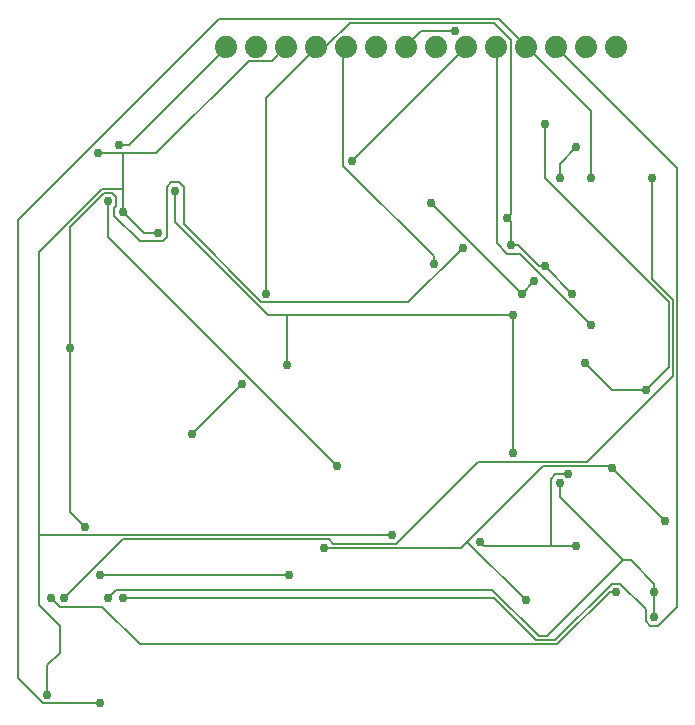
<source format=gbr>
G04 EAGLE Gerber RS-274X export*
G75*
%MOMM*%
%FSLAX34Y34*%
%LPD*%
%INBottom Copper*%
%IPPOS*%
%AMOC8*
5,1,8,0,0,1.08239X$1,22.5*%
G01*
%ADD10C,1.879600*%
%ADD11C,0.203200*%
%ADD12C,0.756400*%


D10*
X203200Y596900D03*
X228600Y596900D03*
X254000Y596900D03*
X279400Y596900D03*
X304800Y596900D03*
X330200Y596900D03*
X355600Y596900D03*
X381000Y596900D03*
X406400Y596900D03*
X431800Y596900D03*
X457200Y596900D03*
X482600Y596900D03*
X508000Y596900D03*
X533400Y596900D03*
D11*
X464058Y398272D02*
X453390Y387604D01*
X120904Y513842D02*
X112014Y513842D01*
X120904Y513842D02*
X202692Y595630D01*
X203200Y596900D01*
X376936Y464058D02*
X453390Y387604D01*
D12*
X453390Y387604D03*
X464058Y398272D03*
X112014Y513842D03*
X376936Y464058D03*
D11*
X236474Y387604D02*
X236474Y552958D01*
X279146Y595630D01*
X279400Y596900D01*
X444500Y448056D02*
X444500Y428498D01*
X444500Y448056D02*
X440944Y451612D01*
X467614Y410718D02*
X472948Y410718D01*
X467614Y410718D02*
X449834Y428498D01*
X444500Y428498D01*
X529844Y240030D02*
X574294Y195580D01*
X401828Y172466D02*
X286258Y172466D01*
X407162Y177800D02*
X471170Y241808D01*
X407162Y177800D02*
X401828Y172466D01*
X471170Y241808D02*
X528066Y241808D01*
X529844Y240030D01*
X456946Y128016D02*
X407162Y177800D01*
X496062Y387604D02*
X472948Y410718D01*
X288036Y597408D02*
X280924Y597408D01*
X288036Y597408D02*
X307594Y616966D01*
X430276Y616966D01*
X444500Y602742D01*
X444500Y455168D01*
X440944Y451612D01*
X280924Y597408D02*
X279400Y596900D01*
D12*
X236474Y387604D03*
X444500Y428498D03*
X440944Y451612D03*
X472948Y410718D03*
X574294Y195580D03*
X529844Y240030D03*
X286258Y172466D03*
X456946Y128016D03*
X496062Y387604D03*
D11*
X528066Y135128D02*
X533400Y135128D01*
X528066Y135128D02*
X483616Y90678D01*
X129794Y90678D01*
X97790Y122682D01*
X62230Y122682D01*
X55118Y129794D01*
D12*
X533400Y135128D03*
X55118Y129794D03*
D11*
X512064Y485394D02*
X512064Y542290D01*
X458724Y595630D01*
X457200Y596900D01*
X96012Y40894D02*
X48006Y40894D01*
X26670Y62230D01*
X26670Y449834D01*
X197358Y620522D01*
X433832Y620522D01*
X456946Y597408D01*
X457200Y596900D01*
D12*
X512064Y485394D03*
X96012Y40894D03*
D11*
X115570Y129794D02*
X430276Y129794D01*
X465836Y94234D01*
X481838Y94234D01*
X529844Y142240D01*
X536956Y142240D01*
X558292Y120904D01*
X558292Y110236D01*
X561848Y106680D01*
X568960Y106680D01*
X584962Y122682D01*
X584962Y494284D01*
X483616Y595630D01*
X482600Y596900D01*
D12*
X115570Y129794D03*
D11*
X563626Y400050D02*
X563626Y485394D01*
X563626Y400050D02*
X581406Y382270D01*
X581406Y318262D01*
X508508Y245364D01*
X416052Y245364D01*
X346710Y176022D01*
X293370Y176022D01*
X289814Y179578D01*
X115570Y179578D01*
X65786Y129794D01*
D12*
X563626Y485394D03*
X65786Y129794D03*
D11*
X71120Y202692D02*
X71120Y341376D01*
X71120Y202692D02*
X83566Y190246D01*
X357378Y380492D02*
X403606Y426720D01*
X357378Y380492D02*
X232918Y380492D01*
X167132Y446278D01*
X167132Y478282D01*
X163576Y481838D01*
X156464Y481838D01*
X152908Y478282D01*
X152908Y435610D01*
X149352Y432054D01*
X129794Y432054D01*
X108458Y453390D01*
X108458Y460502D01*
X110236Y462280D01*
X110236Y469392D01*
X106680Y472948D01*
X99568Y472948D01*
X71120Y444500D01*
X71120Y341376D01*
D12*
X71120Y341376D03*
X83566Y190246D03*
X403606Y426720D03*
D11*
X378714Y419608D02*
X378714Y412496D01*
X378714Y419608D02*
X302260Y496062D01*
X302260Y593852D01*
X304038Y595630D01*
X304800Y596900D01*
X565404Y135128D02*
X565404Y113792D01*
X110236Y136906D02*
X103124Y129794D01*
X110236Y136906D02*
X428498Y136906D01*
X467614Y97790D01*
X474726Y97790D01*
X538734Y161798D01*
X545846Y161798D01*
X565404Y142240D01*
X565404Y135128D01*
X485394Y215138D02*
X485394Y227584D01*
X485394Y215138D02*
X538734Y161798D01*
D12*
X378714Y412496D03*
X565404Y135128D03*
X565404Y113792D03*
X103124Y129794D03*
X485394Y227584D03*
D11*
X446278Y252476D02*
X446278Y369824D01*
X160020Y448056D02*
X160020Y474726D01*
X160020Y448056D02*
X238252Y369824D01*
X254254Y369824D02*
X446278Y369824D01*
X254254Y369824D02*
X238252Y369824D01*
X254254Y369824D02*
X254254Y327152D01*
D12*
X446278Y252476D03*
X446278Y369824D03*
X160020Y474726D03*
X254254Y327152D03*
D11*
X421386Y174244D02*
X478282Y174244D01*
X499618Y174244D01*
X421386Y174244D02*
X417830Y177800D01*
X481838Y234696D02*
X492506Y234696D01*
X481838Y234696D02*
X478282Y231140D01*
X478282Y174244D01*
X256032Y149352D02*
X96012Y149352D01*
D12*
X499618Y174244D03*
X417830Y177800D03*
X492506Y234696D03*
X96012Y149352D03*
X256032Y149352D03*
D11*
X144018Y506730D02*
X115570Y506730D01*
X94234Y506730D01*
X144018Y506730D02*
X222250Y584962D01*
X241808Y584962D01*
X252476Y595630D01*
X254000Y596900D01*
X115570Y506730D02*
X115570Y476504D01*
X115570Y456946D01*
X133350Y439166D02*
X145796Y439166D01*
X133350Y439166D02*
X115570Y456946D01*
X51562Y72898D02*
X51562Y48006D01*
X51562Y72898D02*
X62230Y83566D01*
X62230Y106680D01*
X44450Y124460D01*
X44450Y183134D02*
X44450Y423164D01*
X44450Y183134D02*
X44450Y124460D01*
X44450Y423164D02*
X97790Y476504D01*
X115570Y476504D01*
X44450Y183134D02*
X343154Y183134D01*
D12*
X94234Y506730D03*
X115570Y456946D03*
X145796Y439166D03*
X51562Y48006D03*
X343154Y183134D03*
D11*
X296926Y241808D02*
X103124Y435610D01*
X103124Y465836D01*
D12*
X296926Y241808D03*
X103124Y465836D03*
D11*
X216916Y311150D02*
X174244Y268478D01*
D12*
X174244Y268478D03*
X216916Y311150D03*
D11*
X368046Y609854D02*
X396494Y609854D01*
X368046Y609854D02*
X355600Y597408D01*
X355600Y596900D01*
X485394Y497840D02*
X485394Y485394D01*
X485394Y497840D02*
X499618Y512064D01*
D12*
X396494Y609854D03*
X485394Y485394D03*
X499618Y512064D03*
D11*
X529844Y305816D02*
X558292Y305816D01*
X529844Y305816D02*
X506730Y328930D01*
X309372Y499618D02*
X405384Y595630D01*
X406400Y596900D01*
X577850Y325374D02*
X558292Y305816D01*
X577850Y325374D02*
X577850Y380492D01*
X472948Y485394D01*
X472948Y531622D01*
D12*
X558292Y305816D03*
X506730Y328930D03*
X309372Y499618D03*
X472948Y531622D03*
D11*
X451612Y421386D02*
X512064Y360934D01*
X451612Y421386D02*
X440944Y421386D01*
X432054Y430276D01*
X432054Y595630D01*
X431800Y596900D01*
D12*
X512064Y360934D03*
M02*

</source>
